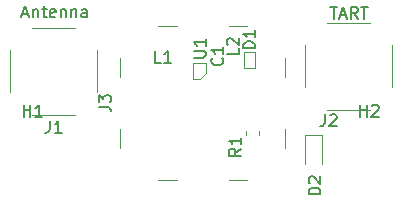
<source format=gbr>
G04 #@! TF.GenerationSoftware,KiCad,Pcbnew,5.1.4+dfsg1-1*
G04 #@! TF.CreationDate,2019-09-19T10:38:50+12:00*
G04 #@! TF.ProjectId,lna,6c6e612e-6b69-4636-9164-5f7063625858,rev?*
G04 #@! TF.SameCoordinates,Original*
G04 #@! TF.FileFunction,Legend,Top*
G04 #@! TF.FilePolarity,Positive*
%FSLAX46Y46*%
G04 Gerber Fmt 4.6, Leading zero omitted, Abs format (unit mm)*
G04 Created by KiCad (PCBNEW 5.1.4+dfsg1-1) date 2019-09-19 10:38:50*
%MOMM*%
%LPD*%
G04 APERTURE LIST*
%ADD10C,0.150000*%
%ADD11C,0.120000*%
G04 APERTURE END LIST*
D10*
X190704761Y-100452380D02*
X191276190Y-100452380D01*
X190990476Y-101452380D02*
X190990476Y-100452380D01*
X191561904Y-101166666D02*
X192038095Y-101166666D01*
X191466666Y-101452380D02*
X191800000Y-100452380D01*
X192133333Y-101452380D01*
X193038095Y-101452380D02*
X192704761Y-100976190D01*
X192466666Y-101452380D02*
X192466666Y-100452380D01*
X192847619Y-100452380D01*
X192942857Y-100500000D01*
X192990476Y-100547619D01*
X193038095Y-100642857D01*
X193038095Y-100785714D01*
X192990476Y-100880952D01*
X192942857Y-100928571D01*
X192847619Y-100976190D01*
X192466666Y-100976190D01*
X193323809Y-100452380D02*
X193895238Y-100452380D01*
X193609523Y-101452380D02*
X193609523Y-100452380D01*
X164638095Y-101066666D02*
X165114285Y-101066666D01*
X164542857Y-101352380D02*
X164876190Y-100352380D01*
X165209523Y-101352380D01*
X165542857Y-100685714D02*
X165542857Y-101352380D01*
X165542857Y-100780952D02*
X165590476Y-100733333D01*
X165685714Y-100685714D01*
X165828571Y-100685714D01*
X165923809Y-100733333D01*
X165971428Y-100828571D01*
X165971428Y-101352380D01*
X166304761Y-100685714D02*
X166685714Y-100685714D01*
X166447619Y-100352380D02*
X166447619Y-101209523D01*
X166495238Y-101304761D01*
X166590476Y-101352380D01*
X166685714Y-101352380D01*
X167400000Y-101304761D02*
X167304761Y-101352380D01*
X167114285Y-101352380D01*
X167019047Y-101304761D01*
X166971428Y-101209523D01*
X166971428Y-100828571D01*
X167019047Y-100733333D01*
X167114285Y-100685714D01*
X167304761Y-100685714D01*
X167400000Y-100733333D01*
X167447619Y-100828571D01*
X167447619Y-100923809D01*
X166971428Y-101019047D01*
X167876190Y-100685714D02*
X167876190Y-101352380D01*
X167876190Y-100780952D02*
X167923809Y-100733333D01*
X168019047Y-100685714D01*
X168161904Y-100685714D01*
X168257142Y-100733333D01*
X168304761Y-100828571D01*
X168304761Y-101352380D01*
X168780952Y-100685714D02*
X168780952Y-101352380D01*
X168780952Y-100780952D02*
X168828571Y-100733333D01*
X168923809Y-100685714D01*
X169066666Y-100685714D01*
X169161904Y-100733333D01*
X169209523Y-100828571D01*
X169209523Y-101352380D01*
X170114285Y-101352380D02*
X170114285Y-100828571D01*
X170066666Y-100733333D01*
X169971428Y-100685714D01*
X169780952Y-100685714D01*
X169685714Y-100733333D01*
X170114285Y-101304761D02*
X170019047Y-101352380D01*
X169780952Y-101352380D01*
X169685714Y-101304761D01*
X169638095Y-101209523D01*
X169638095Y-101114285D01*
X169685714Y-101019047D01*
X169780952Y-100971428D01*
X170019047Y-100971428D01*
X170114285Y-100923809D01*
D11*
X183615000Y-110978733D02*
X183615000Y-111321267D01*
X184635000Y-110978733D02*
X184635000Y-111321267D01*
X188565000Y-111340000D02*
X188565000Y-113800000D01*
X190035000Y-111340000D02*
X188565000Y-111340000D01*
X190035000Y-113800000D02*
X190035000Y-111340000D01*
X194050000Y-109155000D02*
X190450000Y-109155000D01*
X194050000Y-101795000D02*
X190450000Y-101795000D01*
X188570000Y-107275000D02*
X188570000Y-103675000D01*
X195930000Y-107275000D02*
X195930000Y-103675000D01*
X169100000Y-109580000D02*
X165500000Y-109580000D01*
X169100000Y-102220000D02*
X165500000Y-102220000D01*
X163620000Y-107700000D02*
X163620000Y-104100000D01*
X170980000Y-107700000D02*
X170980000Y-104100000D01*
X182100000Y-102100000D02*
X183700000Y-102100000D01*
X182100000Y-115100000D02*
X183700000Y-115100000D01*
X176100000Y-102100000D02*
X177700000Y-102100000D01*
X176100000Y-115100000D02*
X177700000Y-115100000D01*
X186880000Y-106400000D02*
X186880000Y-104800000D01*
X172920000Y-106400000D02*
X172920000Y-104800000D01*
X186880000Y-112400000D02*
X186880000Y-110800000D01*
X172920000Y-112400000D02*
X172920000Y-110800000D01*
X184375000Y-105675000D02*
X183450000Y-105675000D01*
X184375000Y-104325000D02*
X184375000Y-105675000D01*
X183425000Y-104325000D02*
X184375000Y-104325000D01*
X183425000Y-105650000D02*
X183425000Y-104325000D01*
X180225000Y-105200000D02*
X180225000Y-106050000D01*
X179125000Y-105200000D02*
X180225000Y-105200000D01*
X179125000Y-106600000D02*
X179125000Y-105200000D01*
X179675000Y-106600000D02*
X179125000Y-106600000D01*
X180225000Y-106050000D02*
X179675000Y-106600000D01*
D10*
X183127380Y-112491666D02*
X182651190Y-112825000D01*
X183127380Y-113063095D02*
X182127380Y-113063095D01*
X182127380Y-112682142D01*
X182175000Y-112586904D01*
X182222619Y-112539285D01*
X182317857Y-112491666D01*
X182460714Y-112491666D01*
X182555952Y-112539285D01*
X182603571Y-112586904D01*
X182651190Y-112682142D01*
X182651190Y-113063095D01*
X183127380Y-111539285D02*
X183127380Y-112110714D01*
X183127380Y-111825000D02*
X182127380Y-111825000D01*
X182270238Y-111920238D01*
X182365476Y-112015476D01*
X182413095Y-112110714D01*
X189877380Y-116338095D02*
X188877380Y-116338095D01*
X188877380Y-116100000D01*
X188925000Y-115957142D01*
X189020238Y-115861904D01*
X189115476Y-115814285D01*
X189305952Y-115766666D01*
X189448809Y-115766666D01*
X189639285Y-115814285D01*
X189734523Y-115861904D01*
X189829761Y-115957142D01*
X189877380Y-116100000D01*
X189877380Y-116338095D01*
X188972619Y-115385714D02*
X188925000Y-115338095D01*
X188877380Y-115242857D01*
X188877380Y-115004761D01*
X188925000Y-114909523D01*
X188972619Y-114861904D01*
X189067857Y-114814285D01*
X189163095Y-114814285D01*
X189305952Y-114861904D01*
X189877380Y-115433333D01*
X189877380Y-114814285D01*
X193238095Y-109752380D02*
X193238095Y-108752380D01*
X193238095Y-109228571D02*
X193809523Y-109228571D01*
X193809523Y-109752380D02*
X193809523Y-108752380D01*
X194238095Y-108847619D02*
X194285714Y-108800000D01*
X194380952Y-108752380D01*
X194619047Y-108752380D01*
X194714285Y-108800000D01*
X194761904Y-108847619D01*
X194809523Y-108942857D01*
X194809523Y-109038095D01*
X194761904Y-109180952D01*
X194190476Y-109752380D01*
X194809523Y-109752380D01*
X164741039Y-109749436D02*
X164741039Y-108749436D01*
X164741039Y-109225627D02*
X165312467Y-109225627D01*
X165312467Y-109749436D02*
X165312467Y-108749436D01*
X166312467Y-109749436D02*
X165741039Y-109749436D01*
X166026753Y-109749436D02*
X166026753Y-108749436D01*
X165931515Y-108892294D01*
X165836277Y-108987532D01*
X165741039Y-109035151D01*
X190256666Y-109567380D02*
X190256666Y-110281666D01*
X190209047Y-110424523D01*
X190113809Y-110519761D01*
X189970952Y-110567380D01*
X189875714Y-110567380D01*
X190685238Y-109662619D02*
X190732857Y-109615000D01*
X190828095Y-109567380D01*
X191066190Y-109567380D01*
X191161428Y-109615000D01*
X191209047Y-109662619D01*
X191256666Y-109757857D01*
X191256666Y-109853095D01*
X191209047Y-109995952D01*
X190637619Y-110567380D01*
X191256666Y-110567380D01*
X166966666Y-110102380D02*
X166966666Y-110816666D01*
X166919047Y-110959523D01*
X166823809Y-111054761D01*
X166680952Y-111102380D01*
X166585714Y-111102380D01*
X167966666Y-111102380D02*
X167395238Y-111102380D01*
X167680952Y-111102380D02*
X167680952Y-110102380D01*
X167585714Y-110245238D01*
X167490476Y-110340476D01*
X167395238Y-110388095D01*
X171122380Y-108933333D02*
X171836666Y-108933333D01*
X171979523Y-108980952D01*
X172074761Y-109076190D01*
X172122380Y-109219047D01*
X172122380Y-109314285D01*
X171122380Y-108552380D02*
X171122380Y-107933333D01*
X171503333Y-108266666D01*
X171503333Y-108123809D01*
X171550952Y-108028571D01*
X171598571Y-107980952D01*
X171693809Y-107933333D01*
X171931904Y-107933333D01*
X172027142Y-107980952D01*
X172074761Y-108028571D01*
X172122380Y-108123809D01*
X172122380Y-108409523D01*
X172074761Y-108504761D01*
X172027142Y-108552380D01*
X184352380Y-103963095D02*
X183352380Y-103963095D01*
X183352380Y-103725000D01*
X183400000Y-103582142D01*
X183495238Y-103486904D01*
X183590476Y-103439285D01*
X183780952Y-103391666D01*
X183923809Y-103391666D01*
X184114285Y-103439285D01*
X184209523Y-103486904D01*
X184304761Y-103582142D01*
X184352380Y-103725000D01*
X184352380Y-103963095D01*
X184352380Y-102439285D02*
X184352380Y-103010714D01*
X184352380Y-102725000D02*
X183352380Y-102725000D01*
X183495238Y-102820238D01*
X183590476Y-102915476D01*
X183638095Y-103010714D01*
X179152380Y-104761904D02*
X179961904Y-104761904D01*
X180057142Y-104714285D01*
X180104761Y-104666666D01*
X180152380Y-104571428D01*
X180152380Y-104380952D01*
X180104761Y-104285714D01*
X180057142Y-104238095D01*
X179961904Y-104190476D01*
X179152380Y-104190476D01*
X180152380Y-103190476D02*
X180152380Y-103761904D01*
X180152380Y-103476190D02*
X179152380Y-103476190D01*
X179295238Y-103571428D01*
X179390476Y-103666666D01*
X179438095Y-103761904D01*
X182952380Y-103966666D02*
X182952380Y-104442857D01*
X181952380Y-104442857D01*
X182047619Y-103680952D02*
X182000000Y-103633333D01*
X181952380Y-103538095D01*
X181952380Y-103300000D01*
X182000000Y-103204761D01*
X182047619Y-103157142D01*
X182142857Y-103109523D01*
X182238095Y-103109523D01*
X182380952Y-103157142D01*
X182952380Y-103728571D01*
X182952380Y-103109523D01*
X176363333Y-105182380D02*
X175887142Y-105182380D01*
X175887142Y-104182380D01*
X177220476Y-105182380D02*
X176649047Y-105182380D01*
X176934761Y-105182380D02*
X176934761Y-104182380D01*
X176839523Y-104325238D01*
X176744285Y-104420476D01*
X176649047Y-104468095D01*
X181557142Y-104796666D02*
X181604761Y-104844285D01*
X181652380Y-104987142D01*
X181652380Y-105082380D01*
X181604761Y-105225238D01*
X181509523Y-105320476D01*
X181414285Y-105368095D01*
X181223809Y-105415714D01*
X181080952Y-105415714D01*
X180890476Y-105368095D01*
X180795238Y-105320476D01*
X180700000Y-105225238D01*
X180652380Y-105082380D01*
X180652380Y-104987142D01*
X180700000Y-104844285D01*
X180747619Y-104796666D01*
X181652380Y-103844285D02*
X181652380Y-104415714D01*
X181652380Y-104130000D02*
X180652380Y-104130000D01*
X180795238Y-104225238D01*
X180890476Y-104320476D01*
X180938095Y-104415714D01*
M02*

</source>
